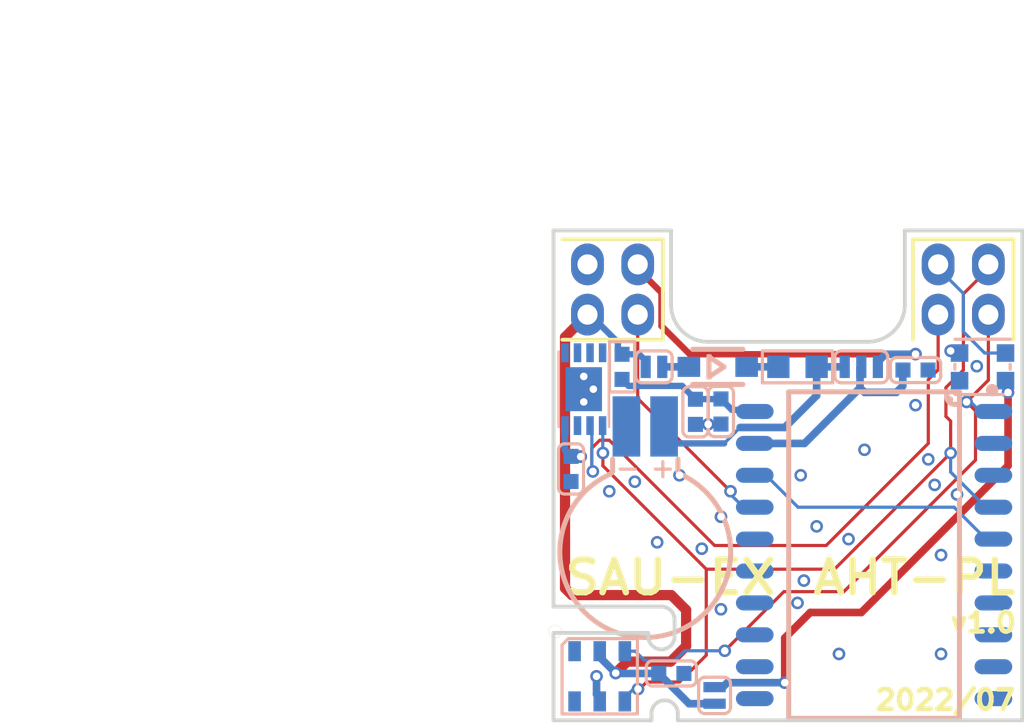
<source format=kicad_pcb>
(kicad_pcb (version 20171130) (host pcbnew "(5.1.6)-1")

  (general
    (thickness 1.6)
    (drawings 28)
    (tracks 191)
    (zones 0)
    (modules 20)
    (nets 16)
  )

  (page A4)
  (layers
    (0 F.Cu signal)
    (31 B.Cu signal)
    (32 B.Adhes user)
    (33 F.Adhes user)
    (34 B.Paste user)
    (35 F.Paste user)
    (36 B.SilkS user)
    (37 F.SilkS user)
    (38 B.Mask user)
    (39 F.Mask user)
    (40 Dwgs.User user)
    (41 Cmts.User user)
    (42 Eco1.User user)
    (43 Eco2.User user)
    (44 Edge.Cuts user)
    (45 Margin user)
    (46 B.CrtYd user)
    (47 F.CrtYd user)
    (48 B.Fab user)
    (49 F.Fab user)
  )

  (setup
    (last_trace_width 0.25)
    (trace_clearance 0.2)
    (zone_clearance 0.508)
    (zone_45_only no)
    (trace_min 0.2)
    (via_size 0.8)
    (via_drill 0.4)
    (via_min_size 0.4)
    (via_min_drill 0.3)
    (uvia_size 0.3)
    (uvia_drill 0.1)
    (uvias_allowed no)
    (uvia_min_size 0.2)
    (uvia_min_drill 0.1)
    (edge_width 0.05)
    (segment_width 0.2)
    (pcb_text_width 0.3)
    (pcb_text_size 1.5 1.5)
    (mod_edge_width 0.12)
    (mod_text_size 1 1)
    (mod_text_width 0.15)
    (pad_size 1.524 1.524)
    (pad_drill 0.762)
    (pad_to_mask_clearance 0.05)
    (aux_axis_origin 0 0)
    (visible_elements FFFFFF7F)
    (pcbplotparams
      (layerselection 0x010fc_ffffffff)
      (usegerberextensions false)
      (usegerberattributes true)
      (usegerberadvancedattributes true)
      (creategerberjobfile true)
      (excludeedgelayer true)
      (linewidth 0.100000)
      (plotframeref false)
      (viasonmask false)
      (mode 1)
      (useauxorigin false)
      (hpglpennumber 1)
      (hpglpenspeed 20)
      (hpglpendiameter 15.000000)
      (psnegative false)
      (psa4output false)
      (plotreference true)
      (plotvalue true)
      (plotinvisibletext false)
      (padsonsilk false)
      (subtractmaskfromsilk false)
      (outputformat 1)
      (mirror false)
      (drillshape 1)
      (scaleselection 1)
      (outputdirectory ""))
  )

  (net 0 "")
  (net 1 NetSJ3_2)
  (net 2 NetC2_1)
  (net 3 NetC4_1)
  (net 4 NetD1_1)
  (net 5 Vbat_button)
  (net 6 NetU2_5)
  (net 7 NetD1_2)
  (net 8 VbatWeek)
  (net 9 PB6_MISO2)
  (net 10 SDA1_MOSI2)
  (net 11 SCL1_SCK2)
  (net 12 GPIO_ndef)
  (net 13 SPI2_NSS)
  (net 14 GND)
  (net 15 3V3)

  (net_class Default 这是默认网络类。
    (clearance 0.2)
    (trace_width 0.25)
    (via_dia 0.8)
    (via_drill 0.4)
    (uvia_dia 0.3)
    (uvia_drill 0.1)
    (add_net 3V3)
    (add_net GND)
    (add_net GPIO_ndef)
    (add_net NetC2_1)
    (add_net NetC4_1)
    (add_net NetD1_1)
    (add_net NetD1_2)
    (add_net NetSJ3_2)
    (add_net NetU2_5)
    (add_net PB6_MISO2)
    (add_net SCL1_SCK2)
    (add_net SDA1_MOSI2)
    (add_net SPI2_NSS)
    (add_net VbatWeek)
    (add_net Vbat_button)
  )

  (module WS2812_2020_1 (layer B.Cu) (tedit 0) (tstamp 0)
    (at 39.12599 14.615 180)
    (attr smd)
    (fp_text reference U4 (at -0.4733 3.2004 unlocked) (layer B.SilkS) hide
      (effects (font (size 1.332992 1.40208) (thickness 0.254)) (justify mirror))
    )
    (fp_text value WS2812 (at 1.8669 -2.4257 unlocked) (layer B.SilkS) hide
      (effects (font (size 1.332992 1.40208) (thickness 0.254)) (justify mirror))
    )
    (fp_line (start -1.1 1) (end -1.1 -1) (layer Dwgs.User) (width 0.127))
    (fp_line (start 1.1 -1) (end -1.1 -1) (layer Dwgs.User) (width 0.127))
    (fp_line (start 1.1 1) (end -1.1 1) (layer Dwgs.User) (width 0.127))
    (fp_line (start 1.1 1) (end 1.1 -1) (layer Dwgs.User) (width 0.127))
    (fp_line (start 1.1 -1.1) (end -1.1 -1.1) (layer B.SilkS) (width 0.127))
    (fp_line (start 1.1 0.1) (end 1.1 -0.1) (layer B.SilkS) (width 0.127))
    (fp_line (start -1.1 0.1) (end -1.1 -0.1) (layer B.SilkS) (width 0.127))
    (fp_line (start 1.1 1.1) (end -1.1 1.1) (layer B.SilkS) (width 0.127))
    (fp_arc (start 1.3 -1.3) (end 1.23 -1.3) (angle 360) (layer B.SilkS) (width 0.127))
    (fp_poly (pts (xy -0.5 1) (xy 0 1) (xy 0 -1) (xy -0.5 -1)) (layer Dwgs.User) (width 0))
    (pad 1 smd rect (at 0.915 -0.55) (size 0.7 0.7) (layers B.Cu B.Paste B.Mask))
    (pad 2 smd rect (at 0.915 0.55) (size 0.7 0.7) (layers B.Cu B.Paste B.Mask)
      (net 14 GND))
    (pad 3 smd rect (at -0.915 0.55) (size 0.7 0.7) (layers B.Cu B.Paste B.Mask)
      (net 13 SPI2_NSS))
    (pad 4 smd rect (at -0.915 -0.55) (size 0.7 0.7) (layers B.Cu B.Paste B.Mask)
      (net 1 NetSJ3_2))
  )

  (module SJ_2P_MINI_1 (layer B.Cu) (tedit 0) (tstamp 0)
    (at 28.458 27.696 270)
    (attr smd)
    (fp_text reference SJ3 (at -2.5654 -2.0828 unlocked) (layer B.SilkS) hide
      (effects (font (size 1.332992 1.40208) (thickness 0.254)) (justify mirror))
    )
    (fp_text value SJ_2P (at 2.0447 2.0955 unlocked) (layer B.SilkS) hide
      (effects (font (size 1.332992 1.40208) (thickness 0.254)) (justify mirror))
    )
    (fp_line (start 0.7239 0.381) (end 0.7239 -0.381) (layer B.SilkS) (width 0.127))
    (fp_line (start 0.4699 0.635) (end -0.4699 0.635) (layer B.SilkS) (width 0.127))
    (fp_line (start -0.7239 0.381) (end -0.7239 -0.381) (layer B.SilkS) (width 0.127))
    (fp_line (start 0.4699 -0.635) (end -0.4699 -0.635) (layer B.SilkS) (width 0.127))
    (fp_arc (start 0.4699 0.381) (end 0.7239 0.381) (angle 90) (layer B.SilkS) (width 0.127))
    (fp_arc (start 0.4699 -0.381) (end 0.4699 -0.635) (angle 90) (layer B.SilkS) (width 0.127))
    (fp_arc (start -0.4699 -0.381) (end -0.7239 -0.381) (angle 90) (layer B.SilkS) (width 0.127))
    (fp_arc (start -0.4699 0.381) (end -0.4699 0.635) (angle 90) (layer B.SilkS) (width 0.127))
    (pad 1 smd rect (at 0.3302 0 90) (size 0.4064 0.889) (layers B.Cu B.Paste B.Mask)
      (net 15 3V3))
    (pad 2 smd rect (at -0.3302 0 90) (size 0.4064 0.889) (layers B.Cu B.Paste B.Mask)
      (net 1 NetSJ3_2))
  )

  (module R0402_1 (layer B.Cu) (tedit 0) (tstamp 0)
    (at 24.775 14.615 270)
    (attr smd)
    (fp_text reference R1 (at -2.4765 -0.1905 unlocked) (layer B.SilkS) hide
      (effects (font (size 1.332992 1.40208) (thickness 0.254)) (justify mirror))
    )
    (fp_text value 330R (at 1.9685 0.8255 unlocked) (layer B.SilkS) hide
      (effects (font (size 1.332992 1.40208) (thickness 0.254)) (justify mirror))
    )
    (fp_line (start 0.525 0.275) (end -0.525 0.275) (layer Dwgs.User) (width 0.1))
    (fp_line (start 0.525 -0.275) (end -0.525 -0.275) (layer Dwgs.User) (width 0.1))
    (fp_line (start -0.525 0.275) (end -0.525 -0.275) (layer Dwgs.User) (width 0.1))
    (fp_line (start 0.525 0.275) (end 0.525 -0.275) (layer Dwgs.User) (width 0.1))
    (fp_line (start 0 0.275) (end 0 -0.275) (layer Dwgs.User) (width 0.1))
    (fp_line (start 0.275 0) (end -0.275 0) (layer Dwgs.User) (width 0.1))
    (fp_line (start 1 0.5) (end -1 0.5) (layer B.SilkS) (width 0.127))
    (fp_line (start 1 -0.5) (end -1 -0.5) (layer B.SilkS) (width 0.127))
    (fp_line (start -1 0.5) (end -1 -0.5) (layer B.SilkS) (width 0.127))
    (fp_line (start 1 0.5) (end 1 -0.5) (layer B.SilkS) (width 0.127))
    (pad 1 smd rect (at 0.5 0 270) (size 0.6 0.6) (layers B.Cu B.Paste B.Mask)
      (net 2 NetC2_1))
    (pad 2 smd rect (at -0.5 0 270) (size 0.6 0.6) (layers B.Cu B.Paste B.Mask)
      (net 15 3V3))
  )

  (module C0402_1 (layer B.Cu) (tedit 0) (tstamp 0)
    (at 28.712 16.393 90)
    (attr smd)
    (fp_text reference C3 (at 1.5875 -0.9525 unlocked) (layer B.SilkS) hide
      (effects (font (size 1.332992 1.40208) (thickness 0.254)) (justify mirror))
    )
    (fp_text value 100nF (at -2.8575 -2.4765 unlocked) (layer B.SilkS) hide
      (effects (font (size 1.332992 1.40208) (thickness 0.254)) (justify mirror))
    )
    (fp_line (start 0.515 0.26) (end -0.515 0.26) (layer Dwgs.User) (width 0.1))
    (fp_line (start 0.515 -0.26) (end -0.515 -0.26) (layer Dwgs.User) (width 0.1))
    (fp_line (start -0.515 0.26) (end -0.515 -0.26) (layer Dwgs.User) (width 0.1))
    (fp_line (start 0.515 0.26) (end 0.515 -0.26) (layer Dwgs.User) (width 0.1))
    (fp_line (start 0 0.26) (end 0 -0.26) (layer Dwgs.User) (width 0.1))
    (fp_line (start 0.26 0) (end -0.26 0) (layer Dwgs.User) (width 0.1))
    (fp_line (start 1 0.25) (end 1 -0.25) (layer B.SilkS) (width 0.127))
    (fp_line (start 0.75 0.5) (end -0.75 0.5) (layer B.SilkS) (width 0.127))
    (fp_line (start 0.75 -0.5) (end -0.75 -0.5) (layer B.SilkS) (width 0.127))
    (fp_line (start -1 0.25) (end -1 -0.25) (layer B.SilkS) (width 0.127))
    (fp_arc (start 0.75 -0.25) (end 0.75 -0.5) (angle 90) (layer B.SilkS) (width 0.127))
    (fp_arc (start 0.75 0.25) (end 1 0.25) (angle 90) (layer B.SilkS) (width 0.127))
    (fp_arc (start -0.75 -0.25) (end -1 -0.25) (angle 90) (layer B.SilkS) (width 0.127))
    (fp_arc (start -0.75 0.25) (end -0.75 0.5) (angle 90) (layer B.SilkS) (width 0.127))
    (pad 1 smd rect (at 0.5 0 90) (size 0.6 0.6) (layers B.Cu B.Paste B.Mask)
      (net 2 NetC2_1))
    (pad 2 smd rect (at -0.5 0 90) (size 0.6 0.6) (layers B.Cu B.Paste B.Mask)
      (net 14 GND))
  )

  (module C0402_1 (layer B.Cu) (tedit 0) (tstamp 0)
    (at 27.696 16.40571 90)
    (attr smd)
    (fp_text reference C2 (at 2.61621 0.05079 unlocked) (layer B.SilkS) hide
      (effects (font (size 1.332992 1.40208) (thickness 0.254)) (justify mirror))
    )
    (fp_text value 6.8uF (at -1.82879 -1.47321 unlocked) (layer B.SilkS) hide
      (effects (font (size 1.332992 1.40208) (thickness 0.254)) (justify mirror))
    )
    (fp_line (start 0.515 0.26) (end -0.515 0.26) (layer Dwgs.User) (width 0.1))
    (fp_line (start 0.515 -0.26) (end -0.515 -0.26) (layer Dwgs.User) (width 0.1))
    (fp_line (start -0.515 0.26) (end -0.515 -0.26) (layer Dwgs.User) (width 0.1))
    (fp_line (start 0.515 0.26) (end 0.515 -0.26) (layer Dwgs.User) (width 0.1))
    (fp_line (start 0 0.26) (end 0 -0.26) (layer Dwgs.User) (width 0.1))
    (fp_line (start 0.26 0) (end -0.26 0) (layer Dwgs.User) (width 0.1))
    (fp_line (start 1 0.25) (end 1 -0.25) (layer B.SilkS) (width 0.127))
    (fp_line (start 0.75 0.5) (end -0.75 0.5) (layer B.SilkS) (width 0.127))
    (fp_line (start 0.75 -0.5) (end -0.75 -0.5) (layer B.SilkS) (width 0.127))
    (fp_line (start -1 0.25) (end -1 -0.25) (layer B.SilkS) (width 0.127))
    (fp_arc (start 0.75 -0.25) (end 0.75 -0.5) (angle 90) (layer B.SilkS) (width 0.127))
    (fp_arc (start 0.75 0.25) (end 1 0.25) (angle 90) (layer B.SilkS) (width 0.127))
    (fp_arc (start -0.75 -0.25) (end -1 -0.25) (angle 90) (layer B.SilkS) (width 0.127))
    (fp_arc (start -0.75 0.25) (end -0.75 0.5) (angle 90) (layer B.SilkS) (width 0.127))
    (pad 1 smd rect (at 0.5 0 90) (size 0.6 0.6) (layers B.Cu B.Paste B.Mask)
      (net 2 NetC2_1))
    (pad 2 smd rect (at -0.5 0 90) (size 0.6 0.6) (layers B.Cu B.Paste B.Mask)
      (net 14 GND))
  )

  (module DFN-8-1EP_3x2mm_P0.5mm_EP1.70C (layer B.Cu) (tedit 0) (tstamp 0)
    (at 23.25099 15.504 90)
    (attr smd)
    (fp_text reference U3 (at 3.4798 0.6096 unlocked) (layer B.SilkS) hide
      (effects (font (size 1.332992 1.40208) (thickness 0.254)) (justify mirror))
    )
    (fp_text value DNP_24Cxx_8P_DFN8_1EP (at -2.3241 -9.0551 unlocked) (layer B.SilkS) hide
      (effects (font (size 1.332992 1.40208) (thickness 0.254)) (justify mirror))
    )
    (fp_line (start 1.5 -1) (end -1.5 -1) (layer B.SilkS) (width 0.1016))
    (fp_line (start 1.5 1) (end -1.5 1) (layer B.SilkS) (width 0.1016))
    (pad 1 smd rect (at 1.45 -0.75 90) (size 0.75 0.3) (layers B.Cu B.Paste B.Mask)
      (net 14 GND))
    (pad 2 smd rect (at 1.45 -0.25 90) (size 0.75 0.3) (layers B.Cu B.Paste B.Mask)
      (net 14 GND))
    (pad 3 smd rect (at 1.45 0.25 90) (size 0.75 0.3) (layers B.Cu B.Paste B.Mask)
      (net 14 GND))
    (pad 4 smd rect (at 1.45 0.75 90) (size 0.75 0.3) (layers B.Cu B.Paste B.Mask)
      (net 14 GND))
    (pad 5 smd rect (at -1.45 0.75 90) (size 0.75 0.3) (layers B.Cu B.Paste B.Mask)
      (net 10 SDA1_MOSI2))
    (pad 6 smd rect (at -1.45 0.25 90) (size 0.75 0.3) (layers B.Cu B.Paste B.Mask)
      (net 9 PB6_MISO2))
    (pad 7 smd rect (at -1.45 -0.25 90) (size 0.75 0.3) (layers B.Cu B.Paste B.Mask)
      (net 14 GND))
    (pad 8 smd rect (at -1.45 -0.75 90) (size 0.75 0.3) (layers B.Cu B.Paste B.Mask)
      (net 15 3V3))
    (pad 9 smd rect (at 0 0) (size 1.45 1.75) (layers B.Cu B.Paste B.Mask)
      (net 14 GND))
  )

  (module C0402_1 (layer B.Cu) (tedit 0) (tstamp 0)
    (at 36.45899 14.742 180)
    (attr smd)
    (fp_text reference C4 (at -0.1778 2.4638 unlocked) (layer B.SilkS) hide
      (effects (font (size 1.332992 1.40208) (thickness 0.254)) (justify mirror))
    )
    (fp_text value 100nF (at 1.3335 -1.9685 unlocked) (layer B.SilkS) hide
      (effects (font (size 1.332992 1.40208) (thickness 0.254)) (justify mirror))
    )
    (fp_line (start 0.515 0.26) (end -0.515 0.26) (layer Dwgs.User) (width 0.1))
    (fp_line (start 0.515 -0.26) (end -0.515 -0.26) (layer Dwgs.User) (width 0.1))
    (fp_line (start -0.515 0.26) (end -0.515 -0.26) (layer Dwgs.User) (width 0.1))
    (fp_line (start 0.515 0.26) (end 0.515 -0.26) (layer Dwgs.User) (width 0.1))
    (fp_line (start 0 0.26) (end 0 -0.26) (layer Dwgs.User) (width 0.1))
    (fp_line (start 0.26 0) (end -0.26 0) (layer Dwgs.User) (width 0.1))
    (fp_line (start 1 0.25) (end 1 -0.25) (layer B.SilkS) (width 0.127))
    (fp_line (start 0.75 0.5) (end -0.75 0.5) (layer B.SilkS) (width 0.127))
    (fp_line (start 0.75 -0.5) (end -0.75 -0.5) (layer B.SilkS) (width 0.127))
    (fp_line (start -1 0.25) (end -1 -0.25) (layer B.SilkS) (width 0.127))
    (fp_arc (start 0.75 -0.25) (end 0.75 -0.5) (angle 90) (layer B.SilkS) (width 0.127))
    (fp_arc (start 0.75 0.25) (end 1 0.25) (angle 90) (layer B.SilkS) (width 0.127))
    (fp_arc (start -0.75 -0.25) (end -1 -0.25) (angle 90) (layer B.SilkS) (width 0.127))
    (fp_arc (start -0.75 0.25) (end -0.75 0.5) (angle 90) (layer B.SilkS) (width 0.127))
    (pad 1 smd rect (at 0.5 0 180) (size 0.6 0.6) (layers B.Cu B.Paste B.Mask)
      (net 3 NetC4_1))
    (pad 2 smd rect (at -0.5 0 180) (size 0.6 0.6) (layers B.Cu B.Paste B.Mask)
      (net 14 GND))
  )

  (module 2.0mm_Male_2x2_1 (layer F.Cu) (tedit 0) (tstamp 0)
    (at 24.39865 11.53535)
    (attr smd)
    (fp_text reference P2 (at -0.8001 -3.8481 unlocked) (layer F.SilkS) hide
      (effects (font (size 1.332992 1.40208) (thickness 0.254)))
    )
    (fp_text value Male (at 0.2159 3.3401 unlocked) (layer F.SilkS) hide
      (effects (font (size 1.332992 1.40208) (thickness 0.254)))
    )
    (fp_line (start -2 2) (end 2 2) (layer F.SilkS) (width 0.15))
    (fp_line (start 2 2) (end 2 -2) (layer F.SilkS) (width 0.15))
    (fp_line (start -2 -2) (end 2 -2) (layer F.SilkS) (width 0.15))
    (pad 1 thru_hole oval (at -1 -1 90) (size 1.66 1.3) (drill 0.8) (layers *.Cu *.Mask)
      (net 14 GND))
    (pad 2 thru_hole oval (at 1 -1 90) (size 1.66 1.3) (drill 0.8) (layers *.Cu *.Mask)
      (net 8 VbatWeek))
    (pad 3 thru_hole oval (at -1 1 90) (size 1.66 1.3) (drill 0.8) (layers *.Cu *.Mask)
      (net 15 3V3))
    (pad 4 thru_hole oval (at 1 1 90) (size 1.66 1.3) (drill 0.8) (layers *.Cu *.Mask)
      (net 12 GPIO_ndef))
  )

  (module SJ_2P_MINI_1 (layer B.Cu) (tedit 0) (tstamp 0)
    (at 26.045 14.615)
    (attr smd)
    (fp_text reference SJ1 (at -2.5654 1.0668 90 unlocked) (layer B.SilkS) hide
      (effects (font (size 1.332992 1.40208) (thickness 0.254)) (justify mirror))
    )
    (fp_text value SJ_2P (at 2.0447 2.0955 90 unlocked) (layer B.SilkS) hide
      (effects (font (size 1.332992 1.40208) (thickness 0.254)) (justify mirror))
    )
    (fp_line (start 0.7239 0.381) (end 0.7239 -0.381) (layer B.SilkS) (width 0.127))
    (fp_line (start 0.4699 0.635) (end -0.4699 0.635) (layer B.SilkS) (width 0.127))
    (fp_line (start -0.7239 0.381) (end -0.7239 -0.381) (layer B.SilkS) (width 0.127))
    (fp_line (start 0.4699 -0.635) (end -0.4699 -0.635) (layer B.SilkS) (width 0.127))
    (fp_arc (start 0.4699 0.381) (end 0.7239 0.381) (angle 90) (layer B.SilkS) (width 0.127))
    (fp_arc (start 0.4699 -0.381) (end 0.4699 -0.635) (angle 90) (layer B.SilkS) (width 0.127))
    (fp_arc (start -0.4699 -0.381) (end -0.7239 -0.381) (angle 90) (layer B.SilkS) (width 0.127))
    (fp_arc (start -0.4699 0.381) (end -0.4699 0.635) (angle 90) (layer B.SilkS) (width 0.127))
    (pad 1 smd rect (at 0.3302 0 180) (size 0.4064 0.889) (layers B.Cu B.Paste B.Mask)
      (net 4 NetD1_1))
    (pad 2 smd rect (at -0.3302 0 180) (size 0.4064 0.889) (layers B.Cu B.Paste B.Mask)
      (net 15 3V3))
  )

  (module ODG_LOGO_soldermask_1 (layer F.Cu) (tedit 0) (tstamp 0)
    (at 32.649 27.061)
    (attr smd)
    (fp_text reference ODG2 (at 0.0635 -2.8575 unlocked) (layer F.SilkS) hide
      (effects (font (size 1.332992 1.40208) (thickness 0.254)))
    )
    (fp_text value ODG_LOGO (at 2.0955 2.0193 unlocked) (layer F.SilkS) hide
      (effects (font (size 1.332992 1.40208) (thickness 0.254)))
    )
    (fp_line (start 0 0.475) (end 0 -0.475) (layer Dwgs.User) (width 0.1))
    (fp_line (start -0.475 0) (end 0.475 0) (layer Dwgs.User) (width 0.1))
    (fp_line (start -0.6604 1.1684) (end -0.0254 -2.1336) (layer F.Mask) (width 0.2032))
    (fp_line (start -0.381 0.9652) (end 0.635 0.889) (layer F.Mask) (width 0.2032))
    (fp_line (start -0.2794 -0.0254) (end 0.635 0.889) (layer F.Mask) (width 0.2032))
    (fp_line (start 0.508 0.0508) (end 0.9906 1.1684) (layer F.Mask) (width 0.2032))
    (fp_line (start -0.381 0.9652) (end 0.508 0.0508) (layer F.Mask) (width 0.2032))
    (fp_line (start -0.2794 -0.0254) (end 0.5588 -0.1016) (layer F.Mask) (width 0.2032))
    (fp_line (start -0.0254 -2.1336) (end 0.5588 -0.1016) (layer F.Mask) (width 0.2032))
  )

  (module ODG_LOGO_soldermask_1 (layer B.Cu) (tedit 0) (tstamp 0)
    (at 35.189 24.775)
    (attr smd)
    (fp_text reference ODG1 (at -1.5367 -4.0259 unlocked) (layer B.SilkS) hide
      (effects (font (size 1.332992 1.40208) (thickness 0.254)) (justify mirror))
    )
    (fp_text value ODG_LOGO (at -3.5687 2.5273 unlocked) (layer B.SilkS) hide
      (effects (font (size 1.332992 1.40208) (thickness 0.254)) (justify mirror))
    )
    (fp_line (start 0 0.475) (end 0 -0.475) (layer Dwgs.User) (width 0.1))
    (fp_line (start 0.475 0) (end -0.475 0) (layer Dwgs.User) (width 0.1))
    (fp_line (start 0.6604 1.1684) (end 0.0254 -2.1336) (layer B.Mask) (width 0.2032))
    (fp_line (start 0.381 0.9652) (end -0.635 0.889) (layer B.Mask) (width 0.2032))
    (fp_line (start 0.2794 -0.0254) (end -0.635 0.889) (layer B.Mask) (width 0.2032))
    (fp_line (start -0.508 0.0508) (end -0.9906 1.1684) (layer B.Mask) (width 0.2032))
    (fp_line (start 0.381 0.9652) (end -0.508 0.0508) (layer B.Mask) (width 0.2032))
    (fp_line (start 0.2794 -0.0254) (end -0.5588 -0.1016) (layer B.Mask) (width 0.2032))
    (fp_line (start 0.0254 -2.1336) (end -0.5588 -0.1016) (layer B.Mask) (width 0.2032))
  )

  (module AHT20_1 (layer B.Cu) (tedit 0) (tstamp 0)
    (at 23.886 26.934 90)
    (attr smd)
    (fp_text reference U1 (at 3.8227 0.7747 unlocked) (layer B.SilkS) hide
      (effects (font (size 1.332992 1.40208) (thickness 0.254)) (justify mirror))
    )
    (fp_text value AHT20 (at -2.8321 -0.7493 unlocked) (layer B.SilkS) hide
      (effects (font (size 1.332992 1.40208) (thickness 0.254)) (justify mirror))
    )
    (fp_line (start -1.5 1.5) (end -1.5 -1.50002) (layer B.SilkS) (width 0.127))
    (fp_line (start 1.248 -1.50002) (end -1.5 -1.50002) (layer B.SilkS) (width 0.127))
    (fp_line (start 1.50002 -1.248) (end 1.248 -1.50002) (layer B.SilkS) (width 0.127))
    (fp_line (start 1.50002 1.5) (end -1.5 1.5) (layer B.SilkS) (width 0.127))
    (fp_line (start 1.50002 1.5) (end 1.50002 -1.248) (layer B.SilkS) (width 0.127))
    (fp_arc (start 1.778 -1.778) (end 1.524 -1.778) (angle 360) (layer B.SilkS) (width 0.00794))
    (pad 1 smd rect (at 1 -1.00002 90) (size 0.8 0.5) (layers B.Cu B.Paste B.Mask))
    (pad 2 smd rect (at 1 0 90) (size 0.8 0.5) (layers B.Cu B.Paste B.Mask)
      (net 15 3V3))
    (pad 3 smd rect (at 1 1 90) (size 0.8 0.5) (layers B.Cu B.Paste B.Mask)
      (net 11 SCL1_SCK2))
    (pad 4 smd rect (at -1 1 90) (size 0.8 0.5) (layers B.Cu B.Paste B.Mask)
      (net 10 SDA1_MOSI2))
    (pad 5 smd rect (at -1 0 90) (size 0.8 0.5) (layers B.Cu B.Paste B.Mask)
      (net 14 GND))
    (pad 6 smd rect (at -1 -1.00002 90) (size 0.8 0.5) (layers B.Cu B.Paste B.Mask))
  )

  (module SJ_3P_MINI_1 (layer B.Cu) (tedit 0) (tstamp 0)
    (at 34.3 14.615)
    (attr smd)
    (fp_text reference SJ2 (at -2.9083 1.0795 90 unlocked) (layer B.SilkS) hide
      (effects (font (size 1.332992 1.40208) (thickness 0.254)) (justify mirror))
    )
    (fp_text value SJ_3P (at 2.3749 2.0955 90 unlocked) (layer B.SilkS) hide
      (effects (font (size 1.332992 1.40208) (thickness 0.254)) (justify mirror))
    )
    (fp_line (start 1.0541 0.381) (end 1.0541 -0.381) (layer B.SilkS) (width 0.127))
    (fp_line (start 0.8001 0.635) (end -0.8001 0.635) (layer B.SilkS) (width 0.127))
    (fp_line (start 0.8001 -0.635) (end -0.8001 -0.635) (layer B.SilkS) (width 0.127))
    (fp_line (start -1.0541 0.381) (end -1.0541 -0.381) (layer B.SilkS) (width 0.127))
    (fp_arc (start 0.8001 0.381) (end 1.0541 0.381) (angle 90) (layer B.SilkS) (width 0.127))
    (fp_arc (start 0.8001 -0.381) (end 0.8001 -0.635) (angle 90) (layer B.SilkS) (width 0.127))
    (fp_arc (start -0.8001 -0.381) (end -1.0541 -0.381) (angle 90) (layer B.SilkS) (width 0.127))
    (fp_arc (start -0.8001 0.381) (end -0.8001 0.635) (angle 90) (layer B.SilkS) (width 0.127))
    (pad 1 smd rect (at 0.6604 0 180) (size 0.4064 0.889) (layers B.Cu B.Paste B.Mask)
      (net 8 VbatWeek))
    (pad 2 smd rect (at 0 0 180) (size 0.4064 0.889) (layers B.Cu B.Paste B.Mask)
      (net 3 NetC4_1))
    (pad 3 smd rect (at -0.6604 0 180) (size 0.4064 0.889) (layers B.Cu B.Paste B.Mask)
      (net 5 Vbat_button))
  )

  (module C0402_1 (layer B.Cu) (tedit 0) (tstamp 0)
    (at 26.73765 26.821 180)
    (attr smd)
    (fp_text reference C1 (at -0.1905 2.4765 unlocked) (layer B.SilkS) hide
      (effects (font (size 1.332992 1.40208) (thickness 0.254)) (justify mirror))
    )
    (fp_text value 100nF (at 1.3335 -1.9685 unlocked) (layer B.SilkS) hide
      (effects (font (size 1.332992 1.40208) (thickness 0.254)) (justify mirror))
    )
    (fp_line (start 0.515 0.26) (end -0.515 0.26) (layer Dwgs.User) (width 0.1))
    (fp_line (start 0.515 -0.26) (end -0.515 -0.26) (layer Dwgs.User) (width 0.1))
    (fp_line (start -0.515 0.26) (end -0.515 -0.26) (layer Dwgs.User) (width 0.1))
    (fp_line (start 0.515 0.26) (end 0.515 -0.26) (layer Dwgs.User) (width 0.1))
    (fp_line (start 0 0.26) (end 0 -0.26) (layer Dwgs.User) (width 0.1))
    (fp_line (start 0.26 0) (end -0.26 0) (layer Dwgs.User) (width 0.1))
    (fp_line (start 1 0.25) (end 1 -0.25) (layer B.SilkS) (width 0.127))
    (fp_line (start 0.75 0.5) (end -0.75 0.5) (layer B.SilkS) (width 0.127))
    (fp_line (start 0.75 -0.5) (end -0.75 -0.5) (layer B.SilkS) (width 0.127))
    (fp_line (start -1 0.25) (end -1 -0.25) (layer B.SilkS) (width 0.127))
    (fp_arc (start 0.75 -0.25) (end 0.75 -0.5) (angle 90) (layer B.SilkS) (width 0.127))
    (fp_arc (start 0.75 0.25) (end 1 0.25) (angle 90) (layer B.SilkS) (width 0.127))
    (fp_arc (start -0.75 -0.25) (end -1 -0.25) (angle 90) (layer B.SilkS) (width 0.127))
    (fp_arc (start -0.75 0.25) (end -0.75 0.5) (angle 90) (layer B.SilkS) (width 0.127))
    (pad 1 smd rect (at 0.5 0 180) (size 0.6 0.6) (layers B.Cu B.Paste B.Mask)
      (net 15 3V3))
    (pad 2 smd rect (at -0.5 0 180) (size 0.6 0.6) (layers B.Cu B.Paste B.Mask)
      (net 14 GND))
  )

  (module R0603_1 (layer B.Cu) (tedit 0) (tstamp 0)
    (at 31.75999 14.615 180)
    (attr smd)
    (fp_text reference R2 (at -3.2512 -2.0828 270 unlocked) (layer B.SilkS) hide
      (effects (font (size 1.332992 1.40208) (thickness 0.254)) (justify mirror))
    )
    (fp_text value 620R (at 2.7305 1.5875 270 unlocked) (layer B.SilkS) hide
      (effects (font (size 1.332992 1.40208) (thickness 0.254)) (justify mirror))
    )
    (fp_line (start 0.875 0.475) (end -0.875 0.475) (layer Dwgs.User) (width 0.1))
    (fp_line (start 0.875 -0.475) (end -0.875 -0.475) (layer Dwgs.User) (width 0.1))
    (fp_line (start -0.875 0.475) (end -0.875 -0.475) (layer Dwgs.User) (width 0.1))
    (fp_line (start 0.875 0.475) (end 0.875 -0.475) (layer Dwgs.User) (width 0.1))
    (fp_line (start 0 0.475) (end 0 -0.475) (layer Dwgs.User) (width 0.1))
    (fp_line (start 0.475 0) (end -0.475 0) (layer Dwgs.User) (width 0.1))
    (fp_line (start 1.397 -0.635) (end -1.39699 -0.635) (layer B.SilkS) (width 0.127))
    (fp_line (start -1.39699 0.635) (end -1.39699 -0.635) (layer B.SilkS) (width 0.127))
    (fp_line (start 1.397 0.635) (end 1.397 -0.635) (layer B.SilkS) (width 0.127))
    (fp_line (start 1.397 0.635) (end -1.39699 0.635) (layer B.SilkS) (width 0.127))
    (pad 1 smd rect (at 0.762 0 180) (size 0.889 0.889) (layers B.Cu B.Paste B.Mask)
      (net 7 NetD1_2))
    (pad 2 smd rect (at -0.76199 0 180) (size 0.889 0.889) (layers B.Cu B.Paste B.Mask)
      (net 5 Vbat_button))
  )

  (module SOD-323_1 (layer B.Cu) (tedit 0) (tstamp 0)
    (at 28.58499 14.615 180)
    (attr smd)
    (fp_text reference D1 (at -0.12701 2.5908 unlocked) (layer B.SilkS) hide
      (effects (font (size 1.332992 1.40208) (thickness 0.254)) (justify mirror))
    )
    (fp_text value B5819WS (at 2.1717 -2.0701 unlocked) (layer B.SilkS) hide
      (effects (font (size 1.332992 1.40208) (thickness 0.254)) (justify mirror))
    )
    (fp_line (start 1 0.7) (end 1 -0.7) (layer Dwgs.User) (width 0.2032))
    (fp_line (start -1.00001 0.7) (end -1.00001 -0.7) (layer Dwgs.User) (width 0.2032))
    (fp_line (start 0 0.475) (end 0 -0.475) (layer Dwgs.User) (width 0.1))
    (fp_line (start 0.475 0) (end -0.475 0) (layer Dwgs.User) (width 0.1))
    (fp_line (start 1 -0.7) (end -1.00001 -0.7) (layer B.SilkS) (width 0.2032))
    (fp_line (start 0.35 0.4) (end 0.35 -0.4) (layer B.SilkS) (width 0.2032))
    (fp_line (start 1 0.7) (end -1.00001 0.7) (layer B.SilkS) (width 0.2032))
    (fp_line (start 0.35 0.4) (end -0.25 0) (layer B.SilkS) (width 0.2032))
    (fp_line (start 0.35 -0.4) (end -0.25 0) (layer B.SilkS) (width 0.2032))
    (fp_poly (pts (xy 0.25 0.5) (xy 0.45 0.5) (xy 0.45 -0.5) (xy 0.25 -0.5)) (layer B.SilkS) (width 0))
    (pad 1 smd rect (at 1.15 0) (size 0.9 0.8) (layers B.Cu B.Paste B.Mask)
      (net 4 NetD1_1))
    (pad 2 smd rect (at -1.15 0) (size 0.9 0.8) (layers B.Cu B.Paste B.Mask)
      (net 7 NetD1_2))
  )

  (module MS621FE-FL11E_1 (layer B.Cu) (tedit 0) (tstamp 0)
    (at 25.69864 21.98735 270)
    (attr smd)
    (fp_text reference BAT1 (at -8.0391 -1.2065 unlocked) (layer B.SilkS) hide
      (effects (font (size 1.332992 1.40208) (thickness 0.254)) (justify mirror))
    )
    (fp_text value BAT (at 4.7625 -1.7145 unlocked) (layer B.SilkS) hide
      (effects (font (size 1.332992 1.40208) (thickness 0.254)) (justify mirror))
    )
    (fp_line (start -3.1 1.4) (end -3.2 1.3) (layer Dwgs.User) (width 0.2))
    (fp_line (start -3.2 1.3) (end -3.907 1.3) (layer Dwgs.User) (width 0.2))
    (fp_line (start -3.907 1.3) (end -4.572 0.635) (layer Dwgs.User) (width 0.2))
    (fp_line (start -3.1 -1.4) (end -3.2 -1.3) (layer Dwgs.User) (width 0.2))
    (fp_line (start -4.572 0.635) (end -4.572 -0.635) (layer Dwgs.User) (width 0.2))
    (fp_line (start -3.2 -1.3) (end -3.907 -1.3) (layer Dwgs.User) (width 0.2))
    (fp_line (start -3.907 -1.3) (end -4.572 -0.635) (layer Dwgs.User) (width 0.2))
    (fp_line (start 0 0.635) (end -0.00001 -0.635) (layer Dwgs.User) (width 0.2))
    (fp_line (start 0.635 0) (end -0.63501 0.00001) (layer Dwgs.User) (width 0.2))
    (fp_line (start -3.1 1.4) (end -3.2 1.3) (layer B.SilkS) (width 0.2))
    (fp_line (start -3.2 1.3) (end -3.7 1.3) (layer B.SilkS) (width 0.2))
    (fp_line (start -3.3 1) (end -3.3 0.4) (layer B.SilkS) (width 0.127))
    (fp_line (start -3.3 -0.4) (end -3.3 -1) (layer B.SilkS) (width 0.127))
    (fp_line (start -3 -0.7) (end -3.60001 -0.7) (layer B.SilkS) (width 0.127))
    (fp_line (start -3.1 -1.4) (end -3.2 -1.3) (layer B.SilkS) (width 0.2))
    (fp_line (start -3.2 -1.3) (end -3.7 -1.3) (layer B.SilkS) (width 0.2))
    (fp_arc (start 0 0) (end -3.098771 -1.399149) (angle 311.4) (layer Dwgs.User) (width 0.2))
    (fp_arc (start 0 0) (end -3.098771 -1.399149) (angle 311.4) (layer B.SilkS) (width 0.2))
    (pad 1 smd rect (at -5 -0.75 180) (size 1.1 2.4) (layers B.Cu B.Paste B.Mask)
      (net 5 Vbat_button))
    (pad 2 smd rect (at -5 0.75 180) (size 1.1 2.4) (layers B.Cu B.Paste B.Mask)
      (net 14 GND))
  )

  (module 2.0MM_MALE_2X2_2 (layer F.Cu) (tedit 0) (tstamp 0)
    (at 38.35865 11.53535)
    (attr smd)
    (fp_text reference P1 (at -0.8001 -3.8481 unlocked) (layer F.SilkS) hide
      (effects (font (size 1.332992 1.40208) (thickness 0.254)))
    )
    (fp_text value Male (at 0.2159 3.3401 unlocked) (layer F.SilkS) hide
      (effects (font (size 1.332992 1.40208) (thickness 0.254)))
    )
    (fp_line (start -2 2) (end -2 -2) (layer F.SilkS) (width 0.15))
    (fp_line (start 2 2) (end 2 -2) (layer F.SilkS) (width 0.15))
    (fp_line (start -2 -2) (end 2 -2) (layer F.SilkS) (width 0.15))
    (pad 1 thru_hole oval (at -1 -1 90) (size 1.66 1.3) (drill 0.8) (layers *.Cu *.Mask)
      (net 13 SPI2_NSS))
    (pad 2 thru_hole oval (at 1 -1 90) (size 1.66 1.3) (drill 0.8) (layers *.Cu *.Mask)
      (net 10 SDA1_MOSI2))
    (pad 3 thru_hole oval (at -1 1 90) (size 1.66 1.3) (drill 0.8) (layers *.Cu *.Mask)
      (net 9 PB6_MISO2))
    (pad 4 thru_hole oval (at 1 1 90) (size 1.66 1.3) (drill 0.8) (layers *.Cu *.Mask)
      (net 11 SCL1_SCK2))
  )

  (module NXP_SO20_1 (layer B.Cu) (tedit 0) (tstamp 0)
    (at 34.80799 22.108)
    (attr smd)
    (fp_text reference U2 (at 4.6736 -8.5852 unlocked) (layer B.SilkS) hide
      (effects (font (size 1.332992 1.40208) (thickness 0.254)) (justify mirror))
    )
    (fp_text value PCF2129 (at 2.1463 8.0391 unlocked) (layer B.SilkS) hide
      (effects (font (size 1.332992 1.40208) (thickness 0.254)) (justify mirror))
    )
    (fp_line (start 3.8 6.5) (end -3.8 6.5) (layer Dwgs.User) (width 0.1))
    (fp_line (start -3.8 6.5) (end -3.8 -6.5) (layer Dwgs.User) (width 0.1))
    (fp_line (start 3.8 -6.5) (end -3.8 -6.5) (layer Dwgs.User) (width 0.1))
    (fp_line (start 3.8 6.5) (end 3.8 -6.5) (layer Dwgs.User) (width 0.1))
    (fp_line (start 5.925 6.75) (end -5.925 6.75) (layer Dwgs.User) (width 0.05))
    (fp_line (start 5.925 6.75) (end 5.925 -6.75) (layer Dwgs.User) (width 0.05))
    (fp_line (start 0 0.5) (end 0 -0.5) (layer Dwgs.User) (width 0.1))
    (fp_line (start 0.5 0) (end -0.5 0) (layer Dwgs.User) (width 0.1))
    (fp_line (start -5.925 6.75) (end -5.925 -6.75) (layer Dwgs.User) (width 0.05))
    (fp_line (start 5.925 -6.75) (end -5.925 -6.75) (layer Dwgs.User) (width 0.05))
    (fp_line (start 3.4 6.5) (end 3.4 -6.5) (layer B.SilkS) (width 0.2))
    (fp_line (start 3.4 6.5) (end -3.4 6.5) (layer B.SilkS) (width 0.2))
    (fp_line (start 3.4 -6) (end 3.2 -6) (layer B.SilkS) (width 0.2))
    (fp_line (start 2.9 -6.3) (end 2.9 -6.5) (layer B.SilkS) (width 0.2))
    (fp_line (start -3.4 6.5) (end -3.4 -6.5) (layer B.SilkS) (width 0.2))
    (fp_line (start 3.4 -6.5) (end -3.4 -6.5) (layer B.SilkS) (width 0.2))
    (fp_arc (start 2.9 -5.6) (end 2.4 -5.6) (angle 360) (layer Dwgs.User) (width 0.1))
    (fp_arc (start 4.7 -6.565) (end 4.575 -6.565) (angle 360) (layer B.SilkS) (width 0.25))
    (fp_arc (start 3.2 -6.3) (end 3.2 -6) (angle 90) (layer B.SilkS) (width 0.2))
    (pad 1 smd oval (at 4.75 -5.715 270) (size 0.6 1.5) (layers B.Cu B.Paste B.Mask)
      (net 11 SCL1_SCK2))
    (pad 2 smd oval (at 4.75 -4.445 270) (size 0.6 1.5) (layers B.Cu B.Paste B.Mask))
    (pad 3 smd oval (at 4.75 -3.175 270) (size 0.6 1.5) (layers B.Cu B.Paste B.Mask))
    (pad 4 smd oval (at 4.75 -1.905 270) (size 0.6 1.5) (layers B.Cu B.Paste B.Mask)
      (net 10 SDA1_MOSI2))
    (pad 5 smd oval (at 4.75 -0.635 270) (size 0.6 1.5) (layers B.Cu B.Paste B.Mask)
      (net 6 NetU2_5))
    (pad 6 smd oval (at 4.75 0.635 270) (size 0.6 1.5) (layers B.Cu B.Paste B.Mask))
    (pad 7 smd oval (at 4.75 1.905 270) (size 0.6 1.5) (layers B.Cu B.Paste B.Mask))
    (pad 8 smd oval (at 4.75 3.175 270) (size 0.6 1.5) (layers B.Cu B.Paste B.Mask)
      (net 14 GND))
    (pad 9 smd oval (at 4.75 4.445 270) (size 0.6 1.5) (layers B.Cu B.Paste B.Mask))
    (pad 10 smd oval (at 4.75 5.715 270) (size 0.6 1.5) (layers B.Cu B.Paste B.Mask))
    (pad 11 smd oval (at -4.75 5.715 270) (size 0.6 1.5) (layers B.Cu B.Paste B.Mask))
    (pad 12 smd oval (at -4.75 4.445 270) (size 0.6 1.5) (layers B.Cu B.Paste B.Mask))
    (pad 13 smd oval (at -4.75 3.175 270) (size 0.6 1.5) (layers B.Cu B.Paste B.Mask))
    (pad 14 smd oval (at -4.75 1.905 270) (size 0.6 1.5) (layers B.Cu B.Paste B.Mask))
    (pad 15 smd oval (at -4.75 0.635 270) (size 0.6 1.5) (layers B.Cu B.Paste B.Mask))
    (pad 16 smd oval (at -4.75 -0.635 270) (size 0.6 1.5) (layers B.Cu B.Paste B.Mask))
    (pad 17 smd oval (at -4.75 -1.905 270) (size 0.6 1.5) (layers B.Cu B.Paste B.Mask)
      (net 12 GPIO_ndef))
    (pad 18 smd oval (at -4.75 -3.175 270) (size 0.6 1.5) (layers B.Cu B.Paste B.Mask)
      (net 6 NetU2_5))
    (pad 19 smd oval (at -4.75 -4.445 270) (size 0.6 1.5) (layers B.Cu B.Paste B.Mask)
      (net 3 NetC4_1))
    (pad 20 smd oval (at -4.75 -5.715 270) (size 0.6 1.5) (layers B.Cu B.Paste B.Mask)
      (net 2 NetC2_1))
  )

  (module C0402_1 (layer B.Cu) (tedit 0) (tstamp 0)
    (at 22.743 18.679 90)
    (attr smd)
    (fp_text reference C5 (at 2.4638 0.1778 unlocked) (layer B.SilkS) hide
      (effects (font (size 1.332992 1.40208) (thickness 0.254)) (justify mirror))
    )
    (fp_text value 100nF (at -1.9685 -1.3335 unlocked) (layer B.SilkS) hide
      (effects (font (size 1.332992 1.40208) (thickness 0.254)) (justify mirror))
    )
    (fp_line (start 0.515 0.26) (end -0.515 0.26) (layer Dwgs.User) (width 0.1))
    (fp_line (start 0.515 -0.26) (end -0.515 -0.26) (layer Dwgs.User) (width 0.1))
    (fp_line (start -0.515 0.26) (end -0.515 -0.26) (layer Dwgs.User) (width 0.1))
    (fp_line (start 0.515 0.26) (end 0.515 -0.26) (layer Dwgs.User) (width 0.1))
    (fp_line (start 0 0.26) (end 0 -0.26) (layer Dwgs.User) (width 0.1))
    (fp_line (start 0.26 0) (end -0.26 0) (layer Dwgs.User) (width 0.1))
    (fp_line (start 1 0.25) (end 1 -0.25) (layer B.SilkS) (width 0.127))
    (fp_line (start 0.75 0.5) (end -0.75 0.5) (layer B.SilkS) (width 0.127))
    (fp_line (start 0.75 -0.5) (end -0.75 -0.5) (layer B.SilkS) (width 0.127))
    (fp_line (start -1 0.25) (end -1 -0.25) (layer B.SilkS) (width 0.127))
    (fp_arc (start 0.75 -0.25) (end 0.75 -0.5) (angle 90) (layer B.SilkS) (width 0.127))
    (fp_arc (start 0.75 0.25) (end 1 0.25) (angle 90) (layer B.SilkS) (width 0.127))
    (fp_arc (start -0.75 -0.25) (end -1 -0.25) (angle 90) (layer B.SilkS) (width 0.127))
    (fp_arc (start -0.75 0.25) (end -0.75 0.5) (angle 90) (layer B.SilkS) (width 0.127))
    (pad 1 smd rect (at 0.5 0 90) (size 0.6 0.6) (layers B.Cu B.Paste B.Mask)
      (net 15 3V3))
    (pad 2 smd rect (at -0.5 0 90) (size 0.6 0.6) (layers B.Cu B.Paste B.Mask)
      (net 14 GND))
  )

  (gr_text AHT-PL (at 32.25 23.759) (layer F.SilkS)
    (effects (font (size 1.3 1.4) (thickness 0.254)) (justify left bottom))
  )
  (gr_text SAU-EX (at 22.362 23.759) (layer F.SilkS)
    (effects (font (size 1.3 1.4) (thickness 0.254)) (justify left bottom))
  )
  (gr_text v1.0 (at 37.75 25.25) (layer F.SilkS)
    (effects (font (size 0.777576 0.817878) (thickness 0.2032)) (justify left bottom))
  )
  (gr_text 2022/07 (at 34.75 28.331) (layer F.SilkS)
    (effects (font (size 0.777576 0.817878) (thickness 0.2032)) (justify left bottom))
  )
  (gr_arc (start 34.5487 12.13468) (end 34.5487 13.61878) (angle -90) (layer Edge.Cuts) (width 0.1524))
  (gr_arc (start 28.2093 12.13469) (end 26.72521 12.13469) (angle -90) (layer Edge.Cuts) (width 0.1524))
  (gr_arc (start 26.471 28.413) (end 26.9948 28.413) (angle -180) (layer Edge.Cuts) (width 0.1524))
  (gr_arc (start 26.344 25.34) (end 25.8202 25.34) (angle -180) (layer Edge.Cuts) (width 0.1524))
  (gr_arc (start 26.3431 24.6839) (end 26.867799 24.682984) (angle -89.8) (layer Edge.Cuts) (width 0.1524))
  (gr_line (start 22.04739 28.6866) (end 22.04739 25.2068) (layer Edge.Cuts) (width 0.1524))
  (gr_line (start 22.0474 28.6866) (end 25.94719 28.6866) (layer Edge.Cuts) (width 0.1524))
  (gr_line (start 26.99481 28.6866) (end 40.7106 28.6866) (layer Edge.Cuts) (width 0.1524))
  (gr_line (start 40.7106 28.6866) (end 40.7106 9.18341) (layer Edge.Cuts) (width 0.1524))
  (gr_line (start 36.03279 9.1834) (end 40.7106 9.1834) (layer Edge.Cuts) (width 0.1524))
  (gr_line (start 36.0328 12.13497) (end 36.0328 9.18341) (layer Edge.Cuts) (width 0.1524))
  (gr_line (start 28.20901 13.61878) (end 34.549 13.61878) (layer Edge.Cuts) (width 0.1524))
  (gr_line (start 26.7252 12.13498) (end 26.7252 9.18341) (layer Edge.Cuts) (width 0.1524))
  (gr_line (start 22.0474 9.1834) (end 26.72521 9.1834) (layer Edge.Cuts) (width 0.1524))
  (gr_line (start 22.0474 24.1592) (end 22.0474 9.1834) (layer Edge.Cuts) (width 0.1524))
  (gr_line (start 26.9948 28.6866) (end 26.9948 28.413) (layer Edge.Cuts) (width 0.1524))
  (gr_line (start 25.9472 28.6866) (end 25.9472 28.413) (layer Edge.Cuts) (width 0.1524))
  (gr_line (start 22.0474 25.2068) (end 25.8202 25.2068) (layer Edge.Cuts) (width 0.1524))
  (gr_line (start 25.8202 25.34) (end 25.8202 25.2068) (layer Edge.Cuts) (width 0.1524))
  (gr_line (start 26.8678 25.34) (end 26.8678 24.683) (layer Edge.Cuts) (width 0.1524))
  (gr_line (start 22.0474 24.1592) (end 26.34389 24.1592) (layer Edge.Cuts) (width 0.1524))
  (gr_line (start 31.379 28.68661) (end 31.379 9.18341) (layer B.Fab) (width 0.1524))
  (gr_line (start 22.0474 18.93501) (end 40.7106 18.93501) (layer B.Fab) (width 0.1524))
  (gr_circle (center 25.31765 24.01935) (end 28.21765 24.01935) (layer Dwgs.User) (width 0.127))

  (via (at 31.76 24.013) (size 0.5) (drill 0.3) (layers F.Cu B.Cu) (net 14))
  (via (at 38.11 19.695) (size 0.5) (drill 0.3) (layers F.Cu B.Cu) (net 14))
  (via (at 28.712 24.267) (size 0.5) (drill 0.3) (layers F.Cu B.Cu) (net 14))
  (via (at 37.221 19.314) (size 0.5) (drill 0.3) (layers F.Cu B.Cu) (net 14))
  (via (at 36.967 18.298) (size 0.5) (drill 0.3) (layers F.Cu B.Cu) (net 14))
  (via (at 33.792 21.473) (size 0.5) (drill 0.3) (layers F.Cu B.Cu) (net 14))
  (via (at 38.8974 14.5896) (size 0.5) (drill 0.3) (layers F.Cu B.Cu) (net 14))
  (via (at 28.8644 25.918) (size 0.5) (drill 0.3) (layers F.Cu B.Cu) (net 11))
  (via (at 24.521 26.807) (size 0.5) (drill 0.3) (layers F.Cu B.Cu) (net 15))
  (via (at 25.41 27.442) (size 0.5) (drill 0.3) (layers F.Cu B.Cu) (net 10))
  (via (at 37.856 18.04739) (size 0.5) (drill 0.3) (layers F.Cu B.Cu) (net 10))
  (via (at 37.856 13.98) (size 0.5) (drill 0.3) (layers F.Cu B.Cu) (net 14))
  (via (at 31.252 27.188) (size 0.5) (drill 0.3) (layers F.Cu B.Cu) (net 1))
  (via (at 40.142 15.631) (size 0.5) (drill 0.3) (layers F.Cu B.Cu) (net 1))
  (via (at 38.491 16.012) (size 0.5) (drill 0.3) (layers F.Cu B.Cu) (net 11))
  (via (at 27.95 21.854) (size 0.5) (drill 0.3) (layers F.Cu B.Cu) (net 14))
  (via (at 25.283 19.187) (size 0.5) (drill 0.3) (layers F.Cu B.Cu) (net 14))
  (via (at 32.014 23.124) (size 0.5) (drill 0.3) (layers F.Cu B.Cu) (net 14))
  (via (at 36.459 14.107) (size 0.5) (drill 0.3) (layers F.Cu B.Cu) (net 8))
  (via (at 28.204 16.901) (size 0.5) (drill 0.3) (layers F.Cu B.Cu) (net 14))
  (via (at 24.013 18.044) (size 0.5) (drill 0.3) (layers F.Cu B.Cu) (net 10))
  (via (at 23.6119 18.78013) (size 0.5) (drill 0.3) (layers F.Cu B.Cu) (net 9))
  (via (at 26.172 21.6) (size 0.5) (drill 0.3) (layers F.Cu B.Cu) (net 14))
  (via (at 24.267 19.568) (size 0.5) (drill 0.3) (layers F.Cu B.Cu) (net 14))
  (via (at 23.128 18.18904) (size 0.5) (drill 0.3) (layers F.Cu B.Cu) (net 15))
  (via (at 28.712 20.584) (size 0.5) (drill 0.3) (layers F.Cu B.Cu) (net 14))
  (via (at 27.061 18.933) (size 0.5) (drill 0.3) (layers F.Cu B.Cu) (net 14))
  (via (at 23.632 15.504) (size 0.5) (drill 0.3) (layers F.Cu B.Cu) (net 14))
  (via (at 23.251 14.996) (size 0.5) (drill 0.3) (layers F.Cu B.Cu) (net 14))
  (via (at 23.251 16.012) (size 0.5) (drill 0.3) (layers F.Cu B.Cu) (net 14))
  (via (at 32.522 20.965) (size 0.5) (drill 0.3) (layers F.Cu B.Cu) (net 14))
  (via (at 29.093 19.568) (size 0.5) (drill 0.3) (layers F.Cu B.Cu) (net 12))
  (via (at 36.459 16.139) (size 0.5) (drill 0.3) (layers F.Cu B.Cu) (net 14))
  (via (at 23.759 26.934) (size 0.5) (drill 0.3) (layers F.Cu B.Cu) (net 14))
  (via (at 37.475 26.045) (size 0.5) (drill 0.3) (layers F.Cu B.Cu) (net 14))
  (via (at 37.475 22.108) (size 0.5) (drill 0.3) (layers F.Cu B.Cu) (net 14))
  (via (at 31.887 18.933) (size 0.5) (drill 0.3) (layers F.Cu B.Cu) (net 14))
  (via (at 33.411 26.045) (size 0.5) (drill 0.3) (layers F.Cu B.Cu) (net 14))
  (via (at 34.427 17.917) (size 0.5) (drill 0.3) (layers F.Cu B.Cu) (net 14))
  (segment (start 28.458 21.727) (end 32.903 21.727) (width 0.127) (layer F.Cu) (net 9))
  (segment (start 24.267 17.536) (end 28.458 21.727) (width 0.127) (layer F.Cu) (net 9))
  (segment (start 23.886 17.536) (end 24.267 17.536) (width 0.127) (layer F.Cu) (net 9))
  (segment (start 23.5725 17.8495) (end 23.886 17.536) (width 0.127) (layer F.Cu) (net 9))
  (segment (start 23.5725 18.74072) (end 23.5725 17.8495) (width 0.127) (layer F.Cu) (net 9))
  (segment (start 34.3 24.394) (end 40.142 18.552) (width 0.3048) (layer F.Cu) (net 1))
  (segment (start 32.268 24.394) (end 34.3 24.394) (width 0.3048) (layer F.Cu) (net 1))
  (segment (start 31.252 25.41) (end 32.268 24.394) (width 0.3048) (layer F.Cu) (net 1))
  (segment (start 31.252 27.188) (end 31.252 25.41) (width 0.3048) (layer F.Cu) (net 1))
  (segment (start 33.6055 23.5645) (end 38.8466 18.3234) (width 0.127) (layer F.Cu) (net 11))
  (segment (start 31.2179 23.5645) (end 33.6055 23.5645) (width 0.127) (layer F.Cu) (net 11))
  (segment (start 28.8644 25.918) (end 31.2179 23.5645) (width 0.127) (layer F.Cu) (net 11))
  (segment (start 40.142 18.552) (end 40.142 15.631) (width 0.3048) (layer F.Cu) (net 1))
  (segment (start 36.967 17.663) (end 36.967 15.123) (width 0.127) (layer F.Cu) (net 9))
  (segment (start 32.903 21.727) (end 36.967 17.663) (width 0.127) (layer F.Cu) (net 9))
  (segment (start 33.23352 22.66986) (end 37.856 18.04739) (width 0.127) (layer F.Cu) (net 10))
  (segment (start 28.1278 22.66986) (end 33.23352 22.66986) (width 0.127) (layer F.Cu) (net 10))
  (segment (start 38.8466 18.3234) (end 38.8466 16.3676) (width 0.127) (layer F.Cu) (net 11))
  (segment (start 38.491 16.012) (end 38.8466 16.3676) (width 0.127) (layer F.Cu) (net 11))
  (segment (start 24.013 18.55506) (end 24.013 18.044) (width 0.127) (layer F.Cu) (net 10))
  (segment (start 24.013 18.55506) (end 28.1278 22.66986) (width 0.127) (layer F.Cu) (net 10))
  (segment (start 28.1278 26.0958) (end 28.1278 22.66986) (width 0.127) (layer F.Cu) (net 10))
  (segment (start 27.061 27.1626) (end 28.1278 26.0958) (width 0.127) (layer F.Cu) (net 10))
  (segment (start 25.7529 27.1626) (end 27.061 27.1626) (width 0.127) (layer F.Cu) (net 10))
  (segment (start 25.4735 27.442) (end 25.7529 27.1626) (width 0.127) (layer F.Cu) (net 10))
  (segment (start 22.50459 13.42941) (end 23.39865 12.53535) (width 0.4064) (layer F.Cu) (net 15))
  (segment (start 22.50459 18.171) (end 22.50459 13.42941) (width 0.4064) (layer F.Cu) (net 15))
  (segment (start 22.50459 23.09213) (end 22.50459 18.171) (width 0.4064) (layer F.Cu) (net 15))
  (segment (start 22.50459 18.171) (end 22.50471 18.17113) (width 0.4064) (layer F.Cu) (net 15))
  (segment (start 22.50471 18.17113) (end 23.11009 18.17113) (width 0.4064) (layer F.Cu) (net 15))
  (segment (start 23.11009 18.17113) (end 23.128 18.18904) (width 0.4064) (layer F.Cu) (net 15))
  (segment (start 22.50458 23.4288) (end 22.50458 23.09213) (width 0.4064) (layer F.Cu) (net 15))
  (segment (start 22.50458 23.4288) (end 22.7778 23.70201) (width 0.4064) (layer F.Cu) (net 15))
  (segment (start 22.7778 23.70201) (end 26.73562 23.70201) (width 0.4064) (layer F.Cu) (net 15))
  (segment (start 26.73562 23.70201) (end 27.32499 24.29138) (width 0.4064) (layer F.Cu) (net 15))
  (segment (start 26.70729 26.3498) (end 27.32499 25.7321) (width 0.4064) (layer F.Cu) (net 15))
  (segment (start 24.9782 26.3498) (end 26.70729 26.3498) (width 0.4064) (layer F.Cu) (net 15))
  (segment (start 24.521 26.807) (end 24.9782 26.3498) (width 0.4064) (layer F.Cu) (net 15))
  (segment (start 27.32499 25.7321) (end 27.32499 24.29138) (width 0.4064) (layer F.Cu) (net 15))
  (segment (start 25.41 27.442) (end 25.4735 27.442) (width 0.127) (layer F.Cu) (net 10))
  (segment (start 37.856 18.04739) (end 37.856 16.774) (width 0.127) (layer F.Cu) (net 10))
  (segment (start 37.35865 14.73135) (end 37.35865 12.53535) (width 0.127) (layer F.Cu) (net 9))
  (segment (start 36.967 15.123) (end 37.35865 14.73135) (width 0.127) (layer F.Cu) (net 9))
  (segment (start 38.364 14.742) (end 38.364 11.71) (width 0.127) (layer F.Cu) (net 10))
  (segment (start 37.66923 15.43677) (end 38.364 14.742) (width 0.127) (layer F.Cu) (net 10))
  (segment (start 37.66923 16.58723) (end 37.66923 15.43677) (width 0.127) (layer F.Cu) (net 10))
  (segment (start 37.66923 16.58723) (end 37.856 16.774) (width 0.127) (layer F.Cu) (net 10))
  (segment (start 25.39865 15.87365) (end 29.093 19.568) (width 0.127) (layer F.Cu) (net 12))
  (segment (start 25.39865 15.87365) (end 25.39865 12.53535) (width 0.127) (layer F.Cu) (net 12))
  (segment (start 38.364 11.71) (end 39.35865 10.71535) (width 0.127) (layer F.Cu) (net 10))
  (segment (start 39.35865 15.14435) (end 39.35865 12.53535) (width 0.127) (layer F.Cu) (net 11))
  (segment (start 38.491 16.012) (end 39.35865 15.14435) (width 0.127) (layer F.Cu) (net 11))
  (segment (start 39.35865 10.71535) (end 39.35865 10.53535) (width 0.127) (layer F.Cu) (net 10))
  (segment (start 27.4705 14.11335) (end 36.459 14.11335) (width 0.254) (layer F.Cu) (net 8))
  (segment (start 23.5725 18.74072) (end 23.6119 18.78013) (width 0.127) (layer F.Cu) (net 9))
  (segment (start 26.34439 12.98724) (end 27.4705 14.11335) (width 0.254) (layer F.Cu) (net 8))
  (segment (start 26.34439 12.98724) (end 26.34439 11.66109) (width 0.254) (layer F.Cu) (net 8))
  (segment (start 25.39865 10.71535) (end 26.34439 11.66109) (width 0.254) (layer F.Cu) (net 8))
  (segment (start 25.39865 10.71535) (end 25.39865 10.53535) (width 0.254) (layer F.Cu) (net 8))
  (segment (start 23.5725 18.74072) (end 23.5725 17.0255) (width 0.127) (layer B.Cu) (net 9))
  (segment (start 23.501 16.954) (end 23.5725 17.0255) (width 0.127) (layer B.Cu) (net 9))
  (segment (start 23.886 26.172) (end 24.521 26.807) (width 0.3048) (layer B.Cu) (net 15))
  (segment (start 23.886 26.172) (end 23.886 25.934) (width 0.3048) (layer B.Cu) (net 15))
  (segment (start 24.535 26.821) (end 26.23766 26.821) (width 0.3048) (layer B.Cu) (net 15))
  (segment (start 24.521 26.807) (end 24.535 26.821) (width 0.3048) (layer B.Cu) (net 15))
  (segment (start 28.966 27.188) (end 31.252 27.188) (width 0.3048) (layer B.Cu) (net 1))
  (segment (start 28.7882 27.3658) (end 28.966 27.188) (width 0.3048) (layer B.Cu) (net 1))
  (segment (start 28.458 27.3658) (end 28.7882 27.3658) (width 0.3048) (layer B.Cu) (net 1))
  (segment (start 27.26489 25.918) (end 28.8644 25.918) (width 0.127) (layer B.Cu) (net 11))
  (segment (start 26.88389 26.299) (end 27.26489 25.918) (width 0.127) (layer B.Cu) (net 11))
  (segment (start 25.228 27.442) (end 25.41 27.442) (width 0.127) (layer B.Cu) (net 10))
  (segment (start 24.886 27.784) (end 25.228 27.442) (width 0.127) (layer B.Cu) (net 10))
  (segment (start 37.856 18.80351) (end 37.856 18.04739) (width 0.127) (layer B.Cu) (net 10))
  (segment (start 37.856 18.80351) (end 39.25549 20.203) (width 0.127) (layer B.Cu) (net 10))
  (segment (start 30.058 17.663) (end 32.03865 17.663) (width 0.3048) (layer B.Cu) (net 3))
  (segment (start 29.9918 16.3268) (end 30.058 16.393) (width 0.254) (layer B.Cu) (net 2))
  (segment (start 29.1458 16.3268) (end 29.9918 16.3268) (width 0.254) (layer B.Cu) (net 2))
  (segment (start 28.712 15.893) (end 29.1458 16.3268) (width 0.254) (layer B.Cu) (net 2))
  (segment (start 32.03865 17.663) (end 34.2492 15.45245) (width 0.3048) (layer B.Cu) (net 3))
  (segment (start 40.10465 15.59365) (end 40.142 15.631) (width 0.3048) (layer B.Cu) (net 1))
  (segment (start 40.10465 15.59365) (end 40.10465 15.22865) (width 0.3048) (layer B.Cu) (net 1))
  (segment (start 40.041 15.165) (end 40.10465 15.22865) (width 0.3048) (layer B.Cu) (net 1))
  (segment (start 37.35865 10.68865) (end 38.364 11.694) (width 0.127) (layer B.Cu) (net 13))
  (segment (start 38.364 13.218) (end 38.364 11.694) (width 0.127) (layer B.Cu) (net 13))
  (segment (start 38.364 13.218) (end 39.211 14.065) (width 0.127) (layer B.Cu) (net 13))
  (segment (start 39.211 14.065) (end 40.041 14.065) (width 0.127) (layer B.Cu) (net 13))
  (segment (start 38.491 16.012) (end 38.56237 16.08337) (width 0.127) (layer B.Cu) (net 11))
  (segment (start 38.56237 16.08337) (end 38.72396 16.08337) (width 0.127) (layer B.Cu) (net 11))
  (segment (start 38.72396 16.08337) (end 39.03359 16.393) (width 0.127) (layer B.Cu) (net 11))
  (segment (start 27.44286 28.0262) (end 28.458 28.0262) (width 0.3048) (layer B.Cu) (net 15))
  (segment (start 26.23766 26.821) (end 27.44286 28.0262) (width 0.3048) (layer B.Cu) (net 15))
  (segment (start 39.03359 16.393) (end 39.558 16.393) (width 0.127) (layer B.Cu) (net 11))
  (segment (start 24.61 13.95) (end 24.61 13.64365) (width 0.254) (layer B.Cu) (net 15))
  (segment (start 23.5017 12.53535) (end 24.61 13.64365) (width 0.254) (layer B.Cu) (net 15))
  (segment (start 23.39865 12.53535) (end 23.5017 12.53535) (width 0.254) (layer B.Cu) (net 15))
  (segment (start 24.61 13.95) (end 24.775 14.115) (width 0.254) (layer B.Cu) (net 15))
  (segment (start 35.26175 14.11335) (end 36.459 14.11335) (width 0.3048) (layer B.Cu) (net 8))
  (segment (start 28.20165 16.90335) (end 28.204 16.901) (width 0.3048) (layer B.Cu) (net 14))
  (segment (start 27.69835 16.90335) (end 28.20165 16.90335) (width 0.3048) (layer B.Cu) (net 14))
  (segment (start 27.696 16.90571) (end 27.69835 16.90335) (width 0.3048) (layer B.Cu) (net 14))
  (segment (start 24.007 18.038) (end 24.013 18.044) (width 0.127) (layer B.Cu) (net 10))
  (segment (start 24.007 18.038) (end 24.007 16.96) (width 0.127) (layer B.Cu) (net 10))
  (segment (start 24.001 16.954) (end 24.007 16.96) (width 0.127) (layer B.Cu) (net 10))
  (segment (start 23.5725 18.74072) (end 23.6119 18.78013) (width 0.127) (layer B.Cu) (net 9))
  (segment (start 22.501 17.937) (end 22.743 18.179) (width 0.254) (layer B.Cu) (net 15))
  (segment (start 22.501 17.937) (end 22.501 16.954) (width 0.254) (layer B.Cu) (net 15))
  (segment (start 22.75304 18.18904) (end 23.128 18.18904) (width 0.508) (layer B.Cu) (net 15))
  (segment (start 22.743 18.179) (end 22.75304 18.18904) (width 0.508) (layer B.Cu) (net 15))
  (segment (start 25.0335 15.3735) (end 27.16379 15.3735) (width 0.254) (layer B.Cu) (net 2))
  (segment (start 24.775 15.115) (end 25.0335 15.3735) (width 0.254) (layer B.Cu) (net 2))
  (segment (start 26.84783 17.663) (end 28.839 17.663) (width 0.254) (layer B.Cu) (net 5))
  (segment (start 26.44865 17.26383) (end 26.84783 17.663) (width 0.254) (layer B.Cu) (net 5))
  (segment (start 26.44865 17.26383) (end 26.44865 16.98735) (width 0.254) (layer B.Cu) (net 5))
  (segment (start 28.839 17.663) (end 29.474 17.028) (width 0.127) (layer B.Cu) (net 5))
  (segment (start 29.474 17.028) (end 31.252 17.028) (width 0.3048) (layer B.Cu) (net 5))
  (segment (start 31.252 17.028) (end 32.52199 15.75801) (width 0.3048) (layer B.Cu) (net 5))
  (segment (start 32.52199 15.75801) (end 32.52199 14.615) (width 0.3048) (layer B.Cu) (net 5))
  (segment (start 34.2492 15.45245) (end 34.2492 14.6658) (width 0.3048) (layer B.Cu) (net 3))
  (segment (start 34.2492 14.6658) (end 34.3 14.615) (width 0.3048) (layer B.Cu) (net 3))
  (segment (start 34.2492 15.45245) (end 34.42775 15.631) (width 0.3048) (layer B.Cu) (net 3))
  (segment (start 34.42775 15.631) (end 35.697 15.631) (width 0.3048) (layer B.Cu) (net 3))
  (segment (start 35.697 15.631) (end 35.951 15.377) (width 0.3048) (layer B.Cu) (net 3))
  (segment (start 35.951 15.377) (end 35.951 14.75) (width 0.3048) (layer B.Cu) (net 3))
  (segment (start 35.951 14.75) (end 35.959 14.742) (width 0.3048) (layer B.Cu) (net 3))
  (segment (start 28.70564 15.89936) (end 28.712 15.893) (width 0.254) (layer B.Cu) (net 2))
  (segment (start 27.70236 15.89936) (end 28.70564 15.89936) (width 0.254) (layer B.Cu) (net 2))
  (segment (start 27.696 15.90571) (end 27.70236 15.89936) (width 0.254) (layer B.Cu) (net 2))
  (segment (start 25.7148 14.615) (end 25.7148 14.3737) (width 0.254) (layer B.Cu) (net 15))
  (segment (start 25.4561 14.115) (end 25.7148 14.3737) (width 0.254) (layer B.Cu) (net 15))
  (segment (start 24.775 14.115) (end 25.4561 14.115) (width 0.254) (layer B.Cu) (net 15))
  (segment (start 27.16379 15.3735) (end 27.696 15.90571) (width 0.254) (layer B.Cu) (net 2))
  (segment (start 26.3752 14.615) (end 27.435 14.615) (width 0.3048) (layer B.Cu) (net 4))
  (segment (start 29.735 14.615) (end 30.998 14.615) (width 0.3048) (layer B.Cu) (net 7))
  (segment (start 32.52199 14.615) (end 33.6396 14.615) (width 0.3048) (layer B.Cu) (net 5))
  (segment (start 34.9604 14.4147) (end 35.26175 14.11335) (width 0.3048) (layer B.Cu) (net 8))
  (segment (start 34.9604 14.615) (end 34.9604 14.4147) (width 0.3048) (layer B.Cu) (net 8))
  (segment (start 24.886 25.934) (end 25.299 25.934) (width 0.127) (layer B.Cu) (net 11))
  (segment (start 25.299 25.934) (end 25.664 26.299) (width 0.127) (layer B.Cu) (net 11))
  (segment (start 25.664 26.299) (end 26.88389 26.299) (width 0.127) (layer B.Cu) (net 11))
  (segment (start 29.093 19.6915) (end 29.6045 20.203) (width 0.127) (layer B.Cu) (net 12))
  (segment (start 29.093 19.6915) (end 29.093 19.568) (width 0.127) (layer B.Cu) (net 12))
  (segment (start 29.6045 20.203) (end 30.058 20.203) (width 0.127) (layer B.Cu) (net 12))
  (segment (start 31.78069 20.203) (end 37.9933 20.203) (width 0.127) (layer B.Cu) (net 6))
  (segment (start 30.51069 18.933) (end 31.78069 20.203) (width 0.127) (layer B.Cu) (net 6))
  (segment (start 30.058 18.933) (end 30.51069 18.933) (width 0.127) (layer B.Cu) (net 6))
  (segment (start 37.9933 20.203) (end 39.2633 21.473) (width 0.127) (layer B.Cu) (net 6))
  (segment (start 24.886 27.934) (end 24.886 27.784) (width 0.127) (layer B.Cu) (net 10))
  (segment (start 23.759 27.6517) (end 23.759 26.934) (width 0.3048) (layer B.Cu) (net 14))
  (segment (start 23.759 27.6517) (end 23.92065 27.81335) (width 0.3048) (layer B.Cu) (net 14))
  (segment (start 39.2633 21.473) (end 39.558 21.473) (width 0.127) (layer B.Cu) (net 6))
  (segment (start 39.25549 20.203) (end 39.558 20.203) (width 0.127) (layer B.Cu) (net 10))
  (segment (start 37.35865 10.68865) (end 37.35865 10.53535) (width 0.127) (layer B.Cu) (net 13))

  (zone (net 14) (net_name GND) (layer F.Cu) (tstamp 10000002) (hatch edge 0.508)
    (connect_pads (clearance 0.2032))
    (min_thickness 0.254)
    (fill (arc_segments 32) (thermal_gap 0.508) (thermal_bridge_width 0.508))
    (polygon
      (pts
        (xy 22.149 9.285) (xy 40.609 9.285) (xy 40.609 28.585) (xy 22.149 28.585)
      )
    )
  )
  (zone (net 14) (net_name GND) (layer F.Cu) (tstamp 10000003) (hatch edge 0.508)
    (connect_pads (clearance 0.2032))
    (min_thickness 0.254)
    (fill (arc_segments 32) (thermal_gap 0.508) (thermal_bridge_width 0.508))
    (polygon
      (pts
        (xy 27.315 11.948)
      )
    )
  )
  (zone (net 14) (net_name GND) (layer F.Cu) (tstamp 10000004) (hatch edge 0.508)
    (connect_pads (clearance 0.2032))
    (min_thickness 0.254)
    (fill (arc_segments 32) (thermal_gap 0.508) (thermal_bridge_width 0.508))
    (polygon
      (pts
        (xy 27.315 12.202)
      )
    )
  )
  (zone (net 0) (net_name "") (layer B.Cu) (tstamp 10000005) (hatch edge 0.508)
    (connect_pads (clearance 0.2032))
    (min_thickness 0.254)
    (fill (arc_segments 32) (thermal_gap 0.508) (thermal_bridge_width 0.508))
    (polygon
      (pts
        (xy 0.899 26.68)
      )
    )
  )
  (zone (net 0) (net_name "") (layer B.Cu) (tstamp 10000006) (hatch edge 0.508)
    (connect_pads (clearance 0.2032))
    (min_thickness 0.254)
    (fill (arc_segments 32) (thermal_gap 0.508) (thermal_bridge_width 0.508))
    (polygon
      (pts
        (xy 1.28 27.315)
      )
    )
  )
  (zone (net 0) (net_name "") (layer B.Cu) (tstamp 10000007) (hatch edge 0.508)
    (connect_pads (clearance 0.2032))
    (min_thickness 0.254)
    (fill (arc_segments 32) (thermal_gap 0.508) (thermal_bridge_width 0.508))
    (polygon
      (pts
        (xy 1.407 27.569)
      )
    )
  )
  (zone (net 0) (net_name "") (layer B.Cu) (tstamp 10000008) (hatch edge 0.508)
    (connect_pads (clearance 0.2032))
    (min_thickness 0.254)
    (fill (arc_segments 32) (thermal_gap 0.508) (thermal_bridge_width 0.508))
    (polygon
      (pts
        (xy 0.01 28.585)
      )
    )
  )
  (zone (net 0) (net_name "") (layer B.Cu) (tstamp 10000009) (hatch edge 0.508)
    (connect_pads (clearance 0.2032))
    (min_thickness 0.254)
    (fill (arc_segments 32) (thermal_gap 0.508) (thermal_bridge_width 0.508))
    (polygon
      (pts
        (xy 0.01 28.585)
      )
    )
  )
  (zone (net 0) (net_name "") (layer B.Cu) (tstamp 1000000A) (hatch edge 0.508)
    (connect_pads (clearance 0.2032))
    (min_thickness 0.254)
    (fill (arc_segments 32) (thermal_gap 0.508) (thermal_bridge_width 0.508))
    (polygon
      (pts
        (xy 13.218 0.01)
      )
    )
  )
  (zone (net 0) (net_name "") (layer B.Cu) (tstamp 1000000B) (hatch edge 0.508)
    (connect_pads (clearance 0.2032))
    (min_thickness 0.254)
    (fill (arc_segments 32) (thermal_gap 0.508) (thermal_bridge_width 0.508))
    (polygon
      (pts
        (xy 12.583 10.678)
      )
    )
  )
  (zone (net 14) (net_name GND) (layer B.Cu) (tstamp 1000000C) (hatch edge 0.508)
    (connect_pads (clearance 0.2032))
    (min_thickness 0.254)
    (fill (arc_segments 32) (thermal_gap 0.508) (thermal_bridge_width 0.508))
    (polygon
      (pts
        (xy 22.149 9.285) (xy 40.609 9.285) (xy 40.609 28.585) (xy 22.149 28.585)
      )
    )
  )
  (zone (net 0) (net_name "") (layer Dwgs.User) (tstamp 1000000D) (hatch edge 0.508)
    (connect_pads (clearance 0))
    (min_thickness 0.254)
    (fill (arc_segments 32) (thermal_gap 0.508) (thermal_bridge_width 0.508))
    (polygon
      (pts
        (xy 22.39665 28.30135) (xy 28.19665 28.30135) (xy 28.19665 19.70135) (xy 22.39665 19.70135)
      )
    )
  )
)

</source>
